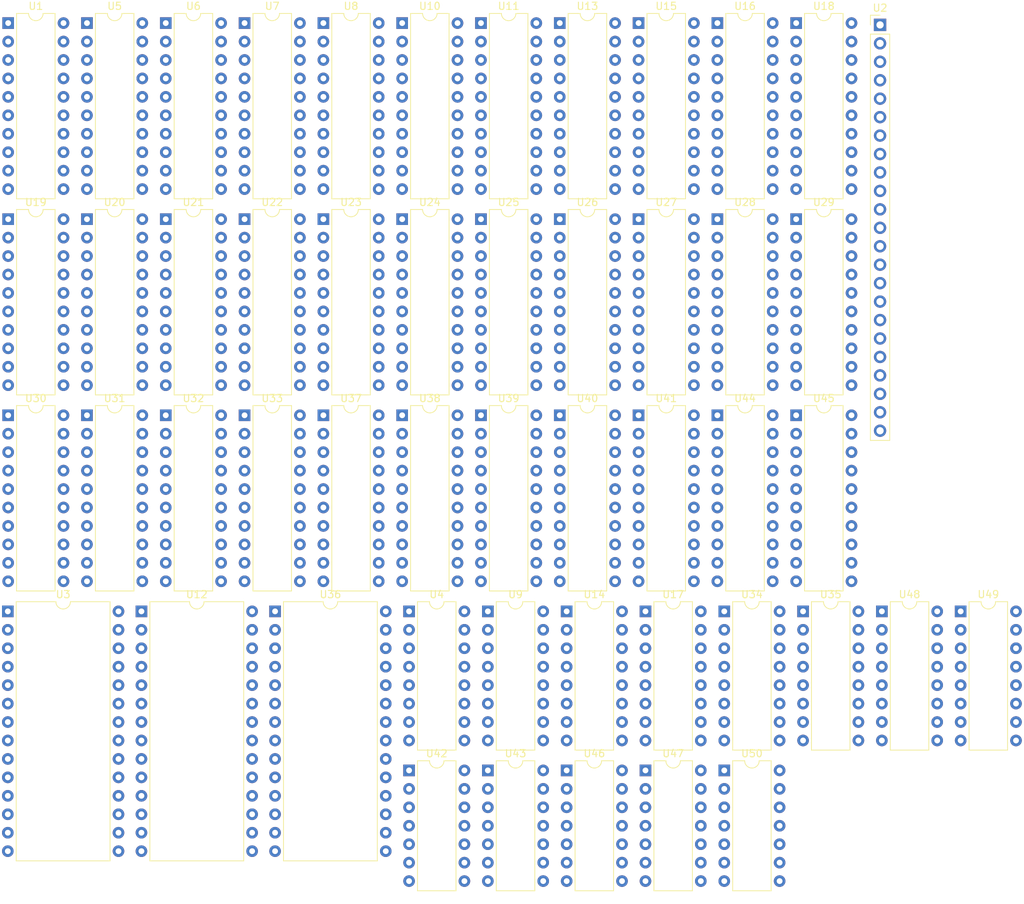
<source format=kicad_pcb>
(kicad_pcb (version 20240108) (generator "pcbnew") (generator_version "8.0")
  (layers (0 "F.Cu" signal) (31 "B.Cu" signal) (34 "B.Paste" user) (35 "F.Paste" user) (36 "B.SilkS" user "B.Silkscreen") (37 "F.SilkS" user "F.Silkscreen") (38 "B.Mask" user) (39 "F.Mask" user) (44 "Edge.Cuts" user))
  (net 0 "")
  (net 1 "/6")
  (net 2 "/5")
  (net 3 "/3")
  (net 4 "/1")
  (net 6 "/2")
  (net 7 "/7")
  (net 8 "/0")
  (net 10 "/4")
  (net 56 "Net-(U32-D0)")
  (net 57 "Net-(U4-B0)")
  (net 58 "Net-(U4-C_IN)")
  (net 59 "Net-(U19-Q3)")
  (net 60 "Net-(U19-Q2)")
  (net 61 "Net-(U19-Q0)")
  (net 62 "Net-(U32-D3)")
  (net 63 "Net-(U32-D1)")
  (net 64 "Net-(U4-C_OUT)")
  (net 65 "Net-(U32-D2)")
  (net 66 "Net-(U19-Q1)")
  (net 107 "Net-(U19-Q6)")
  (net 108 "Net-(U32-D7)")
  (net 109 "Net-(U32-D5)")
  (net 110 "Net-(U9-B0)")
  (net 111 "Net-(U19-Q4)")
  (net 112 "Net-(U19-Q5)")
  (net 114 "Net-(U14-C_IN)")
  (net 115 "Net-(U19-Q7)")
  (net 116 "Net-(U32-D6)")
  (net 117 "Net-(U32-D4)")
  (net 182 "Net-(U14-A3)")
  (net 184 "Net-(U14-B0)")
  (net 185 "Net-(U14-A0)")
  (net 186 "Net-(U14-Σ3)")
  (net 187 "Net-(U14-A1)")
  (net 188 "Net-(U14-Σ1)")
  (net 189 "Net-(U14-Σ0)")
  (net 190 "Net-(U14-Σ2)")
  (net 191 "Net-(U14-C_OUT)")
  (net 192 "Net-(U14-A2)")
  (net 217 "Net-(U17-B0)")
  (net 218 "Net-(U17-Σ0)")
  (net 219 "Net-(U17-A3)")
  (net 220 "Net-(U17-Σ1)")
  (net 221 "Net-(U17-A0)")
  (net 223 "Net-(U17-A2)")
  (net 224 "Net-(U17-Σ3)")
  (net 226 "Net-(U17-Σ2)")
  (net 227 "Net-(U17-A1)")
  (net 228 "/12")
  (net 230 "/8")
  (net 231 "/9")
  (net 232 "/10")
  (net 233 "/15")
  (net 235 "/14")
  (net 236 "/11")
  (net 238 "/13")
  (net 256 "Net-(U22-D7)")
  (net 257 "Net-(U22-D4)")
  (net 258 "Net-(U22-Q0)")
  (net 259 "Net-(U22-Q2)")
  (net 260 "Net-(U22-D2)")
  (net 261 "Net-(U22-D3)")
  (net 262 "Net-(U22-Q5)")
  (net 263 "Net-(U22-Q6)")
  (net 264 "Net-(U22-Q4)")
  (net 265 "Net-(U22-D1)")
  (net 266 "Net-(U22-D0)")
  (net 267 "Net-(U22-Q3)")
  (net 268 "Net-(U22-Q1)")
  (net 269 "Net-(U22-D5)")
  (net 270 "Net-(U22-Q7)")
  (net 271 "Net-(U22-D6)")
  (net 273 "Net-(U23-Q7)")
  (net 275 "Net-(U23-Q2)")
  (net 276 "Net-(U23-Q5)")
  (net 278 "Net-(U23-Q4)")
  (net 280 "Net-(U23-Q0)")
  (net 282 "Net-(U23-Q6)")
  (net 283 "Net-(U23-Q1)")
  (net 284 "Net-(U23-Q3)")
  (net 388 "Net-(U33-D7)")
  (net 391 "Net-(U34-Q7)")
  (net 392 "Net-(U34-Q5)")
  (net 393 "Net-(U34-Q3)")
  (net 394 "Net-(U34-Q1)")
  (net 395 "Net-(U34-Q0)")
  (net 400 "Net-(U34-Q6)")
  (net 401 "Net-(U34-Q4)")
  (net 404 "Net-(U34-Q2)")
  (net 483 "Net-(U42-1B)")
  (net 484 "Net-(U42-2B)")
  (net 485 "Net-(U42-3Q)")
  (net 487 "Net-(U42-3B)")
  (net 488 "Net-(U42-4Q)")
  (net 490 "Net-(U42-2Q)")
  (net 491 "Net-(U42-4B)")
  (net 492 "Net-(U42-1Q)")
  (net 493 "Net-(U43-2Q)")
  (net 494 "Net-(U43-1Q)")
  (net 495 "Net-(U43-3A)")
  (net 497 "Net-(U43-4A)")
  (net 499 "Net-(U43-4B)")
  (net 500 "Net-(U43-4Q)")
  (net 501 "Net-(U43-3Q)")
  (net 502 "Net-(U43-3B)")
  (net 504 "Net-(U44-Q7)")
  (net 505 "Net-(U44-Q6)")
  (net 507 "Net-(U44-Q1)")
  (net 508 "Net-(U44-Q4)")
  (net 509 "Net-(U44-Q2)")
  (net 511 "Net-(U44-Q0)")
  (net 515 "Net-(U44-Q3)")
  (net 519 "Net-(U44-Q5)")
  (net 527 "Net-(U46-4B)")
  (net 528 "Net-(U46-3B)")
  (net 529 "Net-(U46-2B)")
  (net 532 "Net-(U46-1B)")
  (net 535 "Net-(U47-2B)")
  (net 537 "Net-(U47-2A)")
  (net 541 "Net-(U48-C_OUT)")
  (net 544 "Net-(U48-B0)")
  (net 545 "Net-(U49-B0)")
  (footprint "Package_DIP:DIP-14_W7.62mm" (layer "F.Cu") (at 158.33 141.12)
    (property "Reference" "U50")
    (property "Value" "~")
  )
  (footprint "Package_DIP:DIP-14_W7.62mm" (layer "F.Cu") (at 114.93 141.12)
    (property "Reference" "U42")
    (property "Value" "~")
  )
  (footprint "Package_DIP:DIP-16_W7.62mm" (layer "F.Cu") (at 190.88 119.22)
    (property "Reference" "U49")
    (property "Value" "~")
  )
  (footprint "Package_DIP:DIP-20_W7.62mm" (layer "F.Cu") (at 113.98 65.22)
    (property "Reference" "U24")
    (property "Value" "~")
  )
  (footprint "Package_DIP:DIP-20_W7.62mm" (layer "F.Cu") (at 113.98 38.22)
    (property "Reference" "U10")
    (property "Value" "~")
  )
  (footprint "Package_DIP:DIP-20_W7.62mm" (layer "F.Cu") (at 146.53 65.22)
    (property "Reference" "U27")
    (property "Value" "~")
  )
  (footprint "Package_DIP:DIP-14_W7.62mm" (layer "F.Cu") (at 147.48 141.12)
    (property "Reference" "U47")
    (property "Value" "~")
  )
  (footprint "Package_DIP:DIP-20_W7.62mm" (layer "F.Cu") (at 124.83 92.22)
    (property "Reference" "U39")
    (property "Value" "~")
  )
  (footprint "Package_DIP:DIP-20_W7.62mm" (layer "F.Cu") (at 103.13 92.22)
    (property "Reference" "U37")
    (property "Value" "~")
  )
  (footprint "Package_DIP:DIP-20_W7.62mm" (layer "F.Cu") (at 81.43 65.22)
    (property "Reference" "U21")
    (property "Value" "~")
  )
  (footprint "Package_DIP:DIP-20_W7.62mm" (layer "F.Cu") (at 103.13 38.22)
    (property "Reference" "U8")
    (property "Value" "~")
  )
  (footprint "Package_DIP:DIP-20_W7.62mm" (layer "F.Cu") (at 168.23 65.22)
    (property "Reference" "U29")
    (property "Value" "~")
  )
  (footprint "Package_DIP:DIP-16_W7.62mm" (layer "F.Cu") (at 180.03 119.22)
    (property "Reference" "U48")
    (property "Value" "~")
  )
  (footprint "Package_DIP:DIP-20_W7.62mm" (layer "F.Cu") (at 70.58 65.22)
    (property "Reference" "U20")
    (property "Value" "~")
  )
  (footprint "Package_DIP:DIP-20_W7.62mm" (layer "F.Cu") (at 92.28 38.22)
    (property "Reference" "U7")
    (property "Value" "~")
  )
  (footprint "Package_DIP:DIP-20_W7.62mm" (layer "F.Cu") (at 146.53 38.22)
    (property "Reference" "U15")
    (property "Value" "~")
  )
  (footprint "Package_DIP:DIP-16_W7.62mm" (layer "F.Cu") (at 114.93 119.22)
    (property "Reference" "U4")
    (property "Value" "~")
  )
  (footprint "Package_DIP:DIP-14_W7.62mm" (layer "F.Cu") (at 136.63 141.12)
    (property "Reference" "U46")
    (property "Value" "~")
  )
  (footprint "Package_DIP:DIP-20_W7.62mm" (layer "F.Cu") (at 124.83 65.22)
    (property "Reference" "U25")
    (property "Value" "~")
  )
  (footprint "Package_DIP:DIP-16_W7.62mm" (layer "F.Cu") (at 169.18 119.22)
    (property "Reference" "U35")
    (property "Value" "~")
  )
  (footprint "Package_DIP:DIP-20_W7.62mm" (layer "F.Cu") (at 168.23 92.22)
    (property "Reference" "U45")
    (property "Value" "~")
  )
  (footprint "Package_DIP:DIP-16_W7.62mm" (layer "F.Cu") (at 158.33 119.22)
    (property "Reference" "U34")
    (property "Value" "~")
  )
  (footprint "Package_DIP:DIP-28_W15.24mm" (layer "F.Cu") (at 78.08 119.22)
    (property "Reference" "U12")
    (property "Value" "~")
  )
  (footprint "Package_DIP:DIP-20_W7.62mm" (layer "F.Cu") (at 92.28 65.22)
    (property "Reference" "U22")
    (property "Value" "~")
  )
  (footprint "Package_DIP:DIP-20_W7.62mm" (layer "F.Cu") (at 92.28 92.22)
    (property "Reference" "U33")
    (property "Value" "~")
  )
  (footprint "Package_DIP:DIP-20_W7.62mm" (layer "F.Cu") (at 146.53 92.22)
    (property "Reference" "U41")
    (property "Value" "~")
  )
  (footprint "Package_DIP:DIP-20_W7.62mm" (layer "F.Cu") (at 157.38 38.22)
    (property "Reference" "U16")
    (property "Value" "~")
  )
  (footprint "Package_DIP:DIP-20_W7.62mm" (layer "F.Cu") (at 124.83 38.22)
    (property "Reference" "U11")
    (property "Value" "~")
  )
  (footprint "Connector_PinHeader_2.54mm:PinHeader_1x23_P2.54mm_Vertical" (layer "F.Cu") (at 179.78 38.47)
    (property "Reference" "U2")
    (property "Value" "~")
  )
  (footprint "Package_DIP:DIP-20_W7.62mm" (layer "F.Cu") (at 135.68 92.22)
    (property "Reference" "U40")
    (property "Value" "~")
  )
  (footprint "Package_DIP:DIP-20_W7.62mm" (layer "F.Cu") (at 59.73 65.22)
    (property "Reference" "U19")
    (property "Value" "~")
  )
  (footprint "Package_DIP:DIP-20_W7.62mm" (layer "F.Cu") (at 70.58 92.22)
    (property "Reference" "U31")
    (property "Value" "~")
  )
  (footprint "Package_DIP:DIP-20_W7.62mm" (layer "F.Cu") (at 135.68 65.22)
    (property "Reference" "U26")
    (property "Value" "~")
  )
  (footprint "Package_DIP:DIP-20_W7.62mm" (layer "F.Cu") (at 81.43 38.22)
    (property "Reference" "U6")
    (property "Value" "~")
  )
  (footprint "Package_DIP:DIP-20_W7.62mm" (layer "F.Cu") (at 135.68 38.22)
    (property "Reference" "U13")
    (property "Value" "~")
  )
  (footprint "Package_DIP:DIP-16_W7.62mm" (layer "F.Cu") (at 136.63 119.22)
    (property "Reference" "U14")
    (property "Value" "~")
  )
  (footprint "Package_DIP:DIP-20_W7.62mm" (layer "F.Cu") (at 113.98 92.22)
    (property "Reference" "U38")
    (property "Value" "~")
  )
  (footprint "Package_DIP:DIP-20_W7.62mm" (layer "F.Cu") (at 59.73 92.22)
    (property "Reference" "U30")
    (property "Value" "~")
  )
  (footprint "Package_DIP:DIP-20_W7.62mm" (layer "F.Cu") (at 70.58 38.22)
    (property "Reference" "U5")
    (property "Value" "~")
  )
  (footprint "Package_DIP:DIP-28_W15.24mm" (layer "F.Cu") (at 96.48 119.22)
    (property "Reference" "U36")
    (property "Value" "~")
  )
  (footprint "Package_DIP:DIP-16_W7.62mm" (layer "F.Cu") (at 147.48 119.22)
    (property "Reference" "U17")
    (property "Value" "~")
  )
  (footprint "Package_DIP:DIP-28_W15.24mm" (layer "F.Cu") (at 59.68 119.22)
    (property "Reference" "U3")
    (property "Value" "~")
  )
  (footprint "Package_DIP:DIP-20_W7.62mm" (layer "F.Cu") (at 157.38 92.22)
    (property "Reference" "U44")
    (property "Value" "~")
  )
  (footprint "Package_DIP:DIP-20_W7.62mm" (layer "F.Cu") (at 157.38 65.22)
    (property "Reference" "U28")
    (property "Value" "~")
  )
  (footprint "Package_DIP:DIP-20_W7.62mm" (layer "F.Cu") (at 81.43 92.22)
    (property "Reference" "U32")
    (property "Value" "~")
  )
  (footprint "Package_DIP:DIP-20_W7.62mm" (layer "F.Cu") (at 103.13 65.22)
    (property "Reference" "U23")
    (property "Value" "~")
  )
  (footprint "Package_DIP:DIP-14_W7.62mm" (layer "F.Cu") (at 125.78 141.12)
    (property "Reference" "U43")
    (property "Value" "~")
  )
  (footprint "Package_DIP:DIP-16_W7.62mm" (layer "F.Cu") (at 125.78 119.22)
    (property "Reference" "U9")
    (property "Value" "~")
  )
  (footprint "Package_DIP:DIP-20_W7.62mm" (layer "F.Cu") (at 168.23 38.22)
    (property "Reference" "U18")
    (property "Value" "~")
  )
  (footprint "Package_DIP:DIP-20_W7.62mm" (layer "F.Cu") (at 59.73 38.22)
    (property "Reference" "U1")
    (property "Value" "~")
  )
)
</source>
